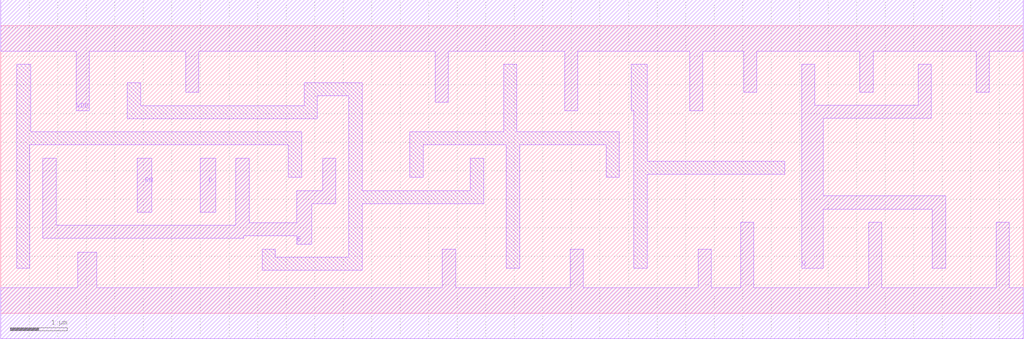
<source format=lef>
# Copyright 2022 GlobalFoundries PDK Authors
#
# Licensed under the Apache License, Version 2.0 (the "License");
# you may not use this file except in compliance with the License.
# You may obtain a copy of the License at
#
#      http://www.apache.org/licenses/LICENSE-2.0
#
# Unless required by applicable law or agreed to in writing, software
# distributed under the License is distributed on an "AS IS" BASIS,
# WITHOUT WARRANTIES OR CONDITIONS OF ANY KIND, either express or implied.
# See the License for the specific language governing permissions and
# limitations under the License.

MACRO gf180mcu_fd_sc_mcu9t5v0__latrnq_4
  CLASS core ;
  FOREIGN gf180mcu_fd_sc_mcu9t5v0__latrnq_4 0.0 0.0 ;
  ORIGIN 0 0 ;
  SYMMETRY X Y ;
  SITE GF018hv5v_green_sc9 ;
  SIZE 17.92 BY 5.04 ;
  PIN D
    DIRECTION INPUT ;
    ANTENNAGATEAREA 0.92 ;
    PORT
      LAYER Metal1 ;
        POLYGON 3.5 1.77 3.77 1.77 3.77 2.72 3.5 2.72  ;
    END
  END D
  PIN E
    DIRECTION INPUT ;
    USE clock ;
    ANTENNAGATEAREA 2.084 ;
    PORT
      LAYER Metal1 ;
        POLYGON 0.74 1.31 4.26 1.31 4.26 1.355 5.19 1.355 5.19 1.21 5.45 1.21 5.45 1.92 5.87 1.92 5.87 2.72 5.64 2.72 5.64 2.15 5.19 2.15 5.19 1.585 4.35 1.585 4.35 2.72 4.12 2.72 4.12 1.54 0.97 1.54 0.97 2.72 0.74 2.72  ;
    END
  END E
  PIN RN
    DIRECTION INPUT ;
    ANTENNAGATEAREA 1.34 ;
    PORT
      LAYER Metal1 ;
        POLYGON 2.39 1.77 2.65 1.77 2.65 2.72 2.39 2.72  ;
    END
  END RN
  PIN Q
    DIRECTION OUTPUT ;
    ANTENNADIFFAREA 3.276 ;
    PORT
      LAYER Metal1 ;
        POLYGON 14.035 0.785 14.41 0.785 14.41 1.825 16.325 1.825 16.325 0.785 16.555 0.785 16.555 2.055 14.41 2.055 14.41 3.415 16.305 3.415 16.305 4.36 16.075 4.36 16.075 3.645 14.265 3.645 14.265 4.36 14.035 4.36  ;
    END
  END Q
  PIN VDD
    DIRECTION INOUT ;
    USE power ;
    SHAPE ABUTMENT ;
    PORT
      LAYER Metal1 ;
        POLYGON 0 4.59 1.32 4.59 1.32 3.55 1.55 3.55 1.55 4.59 3.24 4.59 3.24 3.87 3.47 3.87 3.47 4.59 7.61 4.59 7.61 3.7 7.84 3.7 7.84 4.59 9.88 4.59 9.88 3.55 10.11 3.55 10.11 4.59 10.84 4.59 12.07 4.59 12.07 3.55 12.3 3.55 12.3 4.59 13.015 4.59 13.015 3.875 13.245 3.875 13.245 4.59 13.74 4.59 15.055 4.59 15.055 3.875 15.285 3.875 15.285 4.59 17.095 4.59 17.095 3.875 17.325 3.875 17.325 4.59 17.92 4.59 17.92 5.49 13.74 5.49 10.84 5.49 0 5.49  ;
    END
  END VDD
  PIN VSS
    DIRECTION INOUT ;
    USE ground ;
    SHAPE ABUTMENT ;
    PORT
      LAYER Metal1 ;
        POLYGON 0 -0.45 17.92 -0.45 17.92 0.45 17.675 0.45 17.675 1.595 17.445 1.595 17.445 0.45 15.435 0.45 15.435 1.595 15.205 1.595 15.205 0.45 13.195 0.45 13.195 1.595 12.965 1.595 12.965 0.45 12.45 0.45 12.45 1.125 12.22 1.125 12.22 0.45 10.21 0.45 10.21 1.125 9.98 1.125 9.98 0.45 7.97 0.45 7.97 1.125 7.74 1.125 7.74 0.45 1.685 0.45 1.685 1.07 1.345 1.07 1.345 0.45 0 0.45  ;
    END
  END VSS
  OBS
      LAYER Metal1 ;
        POLYGON 0.28 0.785 0.51 0.785 0.51 2.95 5.04 2.95 5.04 2.38 5.27 2.38 5.27 3.18 0.53 3.18 0.53 4.36 0.28 4.36  ;
        POLYGON 2.22 3.41 5.55 3.41 5.55 3.81 6.1 3.81 6.1 0.98 4.81 0.98 4.81 1.125 4.58 1.125 4.58 0.75 6.33 0.75 6.33 1.92 8.46 1.92 8.46 2.72 8.23 2.72 8.23 2.15 6.33 2.15 6.33 4.04 5.32 4.04 5.32 3.64 2.45 3.64 2.45 4.04 2.22 4.04  ;
        POLYGON 7.17 2.38 7.4 2.38 7.4 2.95 8.86 2.95 8.86 0.785 9.09 0.785 9.09 2.95 10.61 2.95 10.61 2.38 10.84 2.38 10.84 3.18 9.04 3.18 9.04 4.36 8.81 4.36 8.81 3.18 7.17 3.18  ;
        POLYGON 11.05 3.55 11.095 3.55 11.095 0.785 11.33 0.785 11.33 2.435 13.74 2.435 13.74 2.665 11.325 2.665 11.325 4.36 11.05 4.36  ;
  END
END gf180mcu_fd_sc_mcu9t5v0__latrnq_4

</source>
